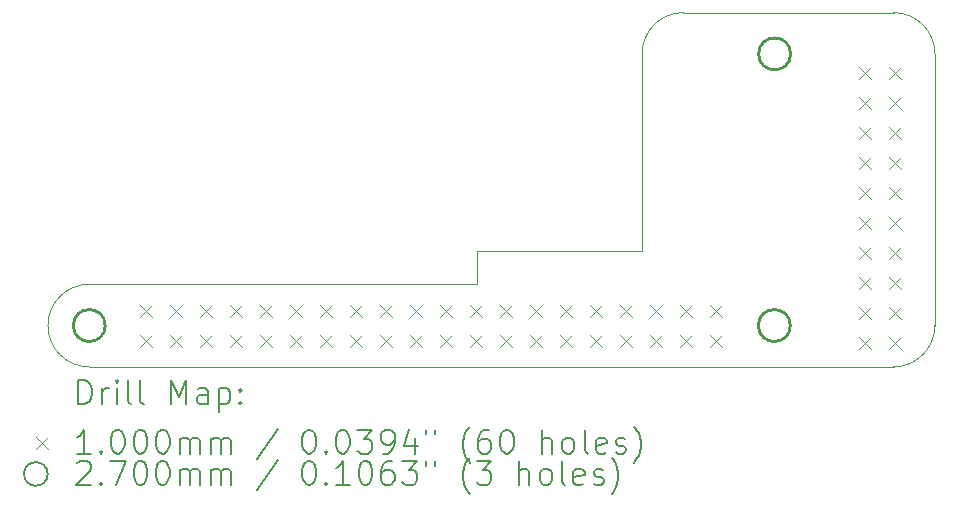
<source format=gbr>
%TF.GenerationSoftware,KiCad,Pcbnew,8.0.8*%
%TF.CreationDate,2025-02-15T01:37:50-07:00*%
%TF.ProjectId,ECE Capstone PCB Design,45434520-4361-4707-9374-6f6e65205043,rev?*%
%TF.SameCoordinates,Original*%
%TF.FileFunction,Drillmap*%
%TF.FilePolarity,Positive*%
%FSLAX45Y45*%
G04 Gerber Fmt 4.5, Leading zero omitted, Abs format (unit mm)*
G04 Created by KiCad (PCBNEW 8.0.8) date 2025-02-15 01:37:50*
%MOMM*%
%LPD*%
G01*
G04 APERTURE LIST*
%ADD10C,0.050000*%
%ADD11C,0.200000*%
%ADD12C,0.100000*%
%ADD13C,0.270000*%
G04 APERTURE END LIST*
D10*
X23294987Y-13625000D02*
X20014987Y-13625000D01*
X23294987Y-13345000D02*
X24694987Y-13345000D01*
X27174987Y-13975000D02*
G75*
G02*
X26824987Y-14324997I-349997J0D01*
G01*
X19664987Y-13975000D02*
G75*
G02*
X20014987Y-13624997I350003J0D01*
G01*
X24694987Y-11675000D02*
G75*
G02*
X25044987Y-11324997I350003J0D01*
G01*
X27174987Y-13975000D02*
X27174987Y-11675000D01*
X24694987Y-13345000D02*
X24694987Y-11675000D01*
X25044987Y-11325000D02*
X26824987Y-11325000D01*
X26824987Y-14325000D02*
X20014987Y-14325000D01*
X26824987Y-11325000D02*
G75*
G02*
X27174990Y-11675000I3J-350000D01*
G01*
X23294987Y-13625000D02*
X23294987Y-13345000D01*
X20014987Y-14325000D02*
G75*
G02*
X19664990Y-13975000I3J350000D01*
G01*
D11*
D12*
X20447490Y-13802500D02*
X20547490Y-13902500D01*
X20547490Y-13802500D02*
X20447490Y-13902500D01*
X20447490Y-14056500D02*
X20547490Y-14156500D01*
X20547490Y-14056500D02*
X20447490Y-14156500D01*
X20701490Y-13802500D02*
X20801490Y-13902500D01*
X20801490Y-13802500D02*
X20701490Y-13902500D01*
X20701490Y-14056500D02*
X20801490Y-14156500D01*
X20801490Y-14056500D02*
X20701490Y-14156500D01*
X20955490Y-13802500D02*
X21055490Y-13902500D01*
X21055490Y-13802500D02*
X20955490Y-13902500D01*
X20955490Y-14056500D02*
X21055490Y-14156500D01*
X21055490Y-14056500D02*
X20955490Y-14156500D01*
X21209490Y-13802500D02*
X21309490Y-13902500D01*
X21309490Y-13802500D02*
X21209490Y-13902500D01*
X21209490Y-14056500D02*
X21309490Y-14156500D01*
X21309490Y-14056500D02*
X21209490Y-14156500D01*
X21463490Y-13802500D02*
X21563490Y-13902500D01*
X21563490Y-13802500D02*
X21463490Y-13902500D01*
X21463490Y-14056500D02*
X21563490Y-14156500D01*
X21563490Y-14056500D02*
X21463490Y-14156500D01*
X21717490Y-13802500D02*
X21817490Y-13902500D01*
X21817490Y-13802500D02*
X21717490Y-13902500D01*
X21717490Y-14056500D02*
X21817490Y-14156500D01*
X21817490Y-14056500D02*
X21717490Y-14156500D01*
X21971490Y-13802500D02*
X22071490Y-13902500D01*
X22071490Y-13802500D02*
X21971490Y-13902500D01*
X21971490Y-14056500D02*
X22071490Y-14156500D01*
X22071490Y-14056500D02*
X21971490Y-14156500D01*
X22225490Y-13802500D02*
X22325490Y-13902500D01*
X22325490Y-13802500D02*
X22225490Y-13902500D01*
X22225490Y-14056500D02*
X22325490Y-14156500D01*
X22325490Y-14056500D02*
X22225490Y-14156500D01*
X22479490Y-13802500D02*
X22579490Y-13902500D01*
X22579490Y-13802500D02*
X22479490Y-13902500D01*
X22479490Y-14056500D02*
X22579490Y-14156500D01*
X22579490Y-14056500D02*
X22479490Y-14156500D01*
X22733490Y-13802500D02*
X22833490Y-13902500D01*
X22833490Y-13802500D02*
X22733490Y-13902500D01*
X22733490Y-14056500D02*
X22833490Y-14156500D01*
X22833490Y-14056500D02*
X22733490Y-14156500D01*
X22987490Y-13802500D02*
X23087490Y-13902500D01*
X23087490Y-13802500D02*
X22987490Y-13902500D01*
X22987490Y-14056500D02*
X23087490Y-14156500D01*
X23087490Y-14056500D02*
X22987490Y-14156500D01*
X23241490Y-13802500D02*
X23341490Y-13902500D01*
X23341490Y-13802500D02*
X23241490Y-13902500D01*
X23241490Y-14056500D02*
X23341490Y-14156500D01*
X23341490Y-14056500D02*
X23241490Y-14156500D01*
X23495490Y-13802500D02*
X23595490Y-13902500D01*
X23595490Y-13802500D02*
X23495490Y-13902500D01*
X23495490Y-14056500D02*
X23595490Y-14156500D01*
X23595490Y-14056500D02*
X23495490Y-14156500D01*
X23749490Y-13802500D02*
X23849490Y-13902500D01*
X23849490Y-13802500D02*
X23749490Y-13902500D01*
X23749490Y-14056500D02*
X23849490Y-14156500D01*
X23849490Y-14056500D02*
X23749490Y-14156500D01*
X24003490Y-13802500D02*
X24103490Y-13902500D01*
X24103490Y-13802500D02*
X24003490Y-13902500D01*
X24003490Y-14056500D02*
X24103490Y-14156500D01*
X24103490Y-14056500D02*
X24003490Y-14156500D01*
X24257490Y-13802500D02*
X24357490Y-13902500D01*
X24357490Y-13802500D02*
X24257490Y-13902500D01*
X24257490Y-14056500D02*
X24357490Y-14156500D01*
X24357490Y-14056500D02*
X24257490Y-14156500D01*
X24511490Y-13802500D02*
X24611490Y-13902500D01*
X24611490Y-13802500D02*
X24511490Y-13902500D01*
X24511490Y-14056500D02*
X24611490Y-14156500D01*
X24611490Y-14056500D02*
X24511490Y-14156500D01*
X24765490Y-13802500D02*
X24865490Y-13902500D01*
X24865490Y-13802500D02*
X24765490Y-13902500D01*
X24765490Y-14056500D02*
X24865490Y-14156500D01*
X24865490Y-14056500D02*
X24765490Y-14156500D01*
X25019490Y-13802500D02*
X25119490Y-13902500D01*
X25119490Y-13802500D02*
X25019490Y-13902500D01*
X25019490Y-14056500D02*
X25119490Y-14156500D01*
X25119490Y-14056500D02*
X25019490Y-14156500D01*
X25273490Y-13802500D02*
X25373490Y-13902500D01*
X25373490Y-13802500D02*
X25273490Y-13902500D01*
X25273490Y-14056500D02*
X25373490Y-14156500D01*
X25373490Y-14056500D02*
X25273490Y-14156500D01*
X26536000Y-11789000D02*
X26636000Y-11889000D01*
X26636000Y-11789000D02*
X26536000Y-11889000D01*
X26536000Y-12043000D02*
X26636000Y-12143000D01*
X26636000Y-12043000D02*
X26536000Y-12143000D01*
X26536000Y-12297000D02*
X26636000Y-12397000D01*
X26636000Y-12297000D02*
X26536000Y-12397000D01*
X26536000Y-12551000D02*
X26636000Y-12651000D01*
X26636000Y-12551000D02*
X26536000Y-12651000D01*
X26536000Y-12805000D02*
X26636000Y-12905000D01*
X26636000Y-12805000D02*
X26536000Y-12905000D01*
X26536000Y-13059000D02*
X26636000Y-13159000D01*
X26636000Y-13059000D02*
X26536000Y-13159000D01*
X26536000Y-13313000D02*
X26636000Y-13413000D01*
X26636000Y-13313000D02*
X26536000Y-13413000D01*
X26536000Y-13567000D02*
X26636000Y-13667000D01*
X26636000Y-13567000D02*
X26536000Y-13667000D01*
X26536000Y-13821000D02*
X26636000Y-13921000D01*
X26636000Y-13821000D02*
X26536000Y-13921000D01*
X26536000Y-14075000D02*
X26636000Y-14175000D01*
X26636000Y-14075000D02*
X26536000Y-14175000D01*
X26790000Y-11789000D02*
X26890000Y-11889000D01*
X26890000Y-11789000D02*
X26790000Y-11889000D01*
X26790000Y-12043000D02*
X26890000Y-12143000D01*
X26890000Y-12043000D02*
X26790000Y-12143000D01*
X26790000Y-12297000D02*
X26890000Y-12397000D01*
X26890000Y-12297000D02*
X26790000Y-12397000D01*
X26790000Y-12551000D02*
X26890000Y-12651000D01*
X26890000Y-12551000D02*
X26790000Y-12651000D01*
X26790000Y-12805000D02*
X26890000Y-12905000D01*
X26890000Y-12805000D02*
X26790000Y-12905000D01*
X26790000Y-13059000D02*
X26890000Y-13159000D01*
X26890000Y-13059000D02*
X26790000Y-13159000D01*
X26790000Y-13313000D02*
X26890000Y-13413000D01*
X26890000Y-13313000D02*
X26790000Y-13413000D01*
X26790000Y-13567000D02*
X26890000Y-13667000D01*
X26890000Y-13567000D02*
X26790000Y-13667000D01*
X26790000Y-13821000D02*
X26890000Y-13921000D01*
X26890000Y-13821000D02*
X26790000Y-13921000D01*
X26790000Y-14075000D02*
X26890000Y-14175000D01*
X26890000Y-14075000D02*
X26790000Y-14175000D01*
D13*
X20149987Y-13975000D02*
G75*
G02*
X19879987Y-13975000I-135000J0D01*
G01*
X19879987Y-13975000D02*
G75*
G02*
X20149987Y-13975000I135000J0D01*
G01*
X25949987Y-13975000D02*
G75*
G02*
X25679987Y-13975000I-135000J0D01*
G01*
X25679987Y-13975000D02*
G75*
G02*
X25949987Y-13975000I135000J0D01*
G01*
X25952487Y-11675000D02*
G75*
G02*
X25682487Y-11675000I-135000J0D01*
G01*
X25682487Y-11675000D02*
G75*
G02*
X25952487Y-11675000I135000J0D01*
G01*
D11*
X19923264Y-14638984D02*
X19923264Y-14438984D01*
X19923264Y-14438984D02*
X19970883Y-14438984D01*
X19970883Y-14438984D02*
X19999455Y-14448508D01*
X19999455Y-14448508D02*
X20018502Y-14467555D01*
X20018502Y-14467555D02*
X20028026Y-14486603D01*
X20028026Y-14486603D02*
X20037550Y-14524698D01*
X20037550Y-14524698D02*
X20037550Y-14553269D01*
X20037550Y-14553269D02*
X20028026Y-14591365D01*
X20028026Y-14591365D02*
X20018502Y-14610412D01*
X20018502Y-14610412D02*
X19999455Y-14629460D01*
X19999455Y-14629460D02*
X19970883Y-14638984D01*
X19970883Y-14638984D02*
X19923264Y-14638984D01*
X20123264Y-14638984D02*
X20123264Y-14505650D01*
X20123264Y-14543746D02*
X20132788Y-14524698D01*
X20132788Y-14524698D02*
X20142312Y-14515174D01*
X20142312Y-14515174D02*
X20161359Y-14505650D01*
X20161359Y-14505650D02*
X20180407Y-14505650D01*
X20247074Y-14638984D02*
X20247074Y-14505650D01*
X20247074Y-14438984D02*
X20237550Y-14448508D01*
X20237550Y-14448508D02*
X20247074Y-14458031D01*
X20247074Y-14458031D02*
X20256598Y-14448508D01*
X20256598Y-14448508D02*
X20247074Y-14438984D01*
X20247074Y-14438984D02*
X20247074Y-14458031D01*
X20370883Y-14638984D02*
X20351836Y-14629460D01*
X20351836Y-14629460D02*
X20342312Y-14610412D01*
X20342312Y-14610412D02*
X20342312Y-14438984D01*
X20475645Y-14638984D02*
X20456598Y-14629460D01*
X20456598Y-14629460D02*
X20447074Y-14610412D01*
X20447074Y-14610412D02*
X20447074Y-14438984D01*
X20704217Y-14638984D02*
X20704217Y-14438984D01*
X20704217Y-14438984D02*
X20770883Y-14581841D01*
X20770883Y-14581841D02*
X20837550Y-14438984D01*
X20837550Y-14438984D02*
X20837550Y-14638984D01*
X21018502Y-14638984D02*
X21018502Y-14534222D01*
X21018502Y-14534222D02*
X21008979Y-14515174D01*
X21008979Y-14515174D02*
X20989931Y-14505650D01*
X20989931Y-14505650D02*
X20951836Y-14505650D01*
X20951836Y-14505650D02*
X20932788Y-14515174D01*
X21018502Y-14629460D02*
X20999455Y-14638984D01*
X20999455Y-14638984D02*
X20951836Y-14638984D01*
X20951836Y-14638984D02*
X20932788Y-14629460D01*
X20932788Y-14629460D02*
X20923264Y-14610412D01*
X20923264Y-14610412D02*
X20923264Y-14591365D01*
X20923264Y-14591365D02*
X20932788Y-14572317D01*
X20932788Y-14572317D02*
X20951836Y-14562793D01*
X20951836Y-14562793D02*
X20999455Y-14562793D01*
X20999455Y-14562793D02*
X21018502Y-14553269D01*
X21113740Y-14505650D02*
X21113740Y-14705650D01*
X21113740Y-14515174D02*
X21132788Y-14505650D01*
X21132788Y-14505650D02*
X21170883Y-14505650D01*
X21170883Y-14505650D02*
X21189931Y-14515174D01*
X21189931Y-14515174D02*
X21199455Y-14524698D01*
X21199455Y-14524698D02*
X21208979Y-14543746D01*
X21208979Y-14543746D02*
X21208979Y-14600888D01*
X21208979Y-14600888D02*
X21199455Y-14619936D01*
X21199455Y-14619936D02*
X21189931Y-14629460D01*
X21189931Y-14629460D02*
X21170883Y-14638984D01*
X21170883Y-14638984D02*
X21132788Y-14638984D01*
X21132788Y-14638984D02*
X21113740Y-14629460D01*
X21294693Y-14619936D02*
X21304217Y-14629460D01*
X21304217Y-14629460D02*
X21294693Y-14638984D01*
X21294693Y-14638984D02*
X21285169Y-14629460D01*
X21285169Y-14629460D02*
X21294693Y-14619936D01*
X21294693Y-14619936D02*
X21294693Y-14638984D01*
X21294693Y-14515174D02*
X21304217Y-14524698D01*
X21304217Y-14524698D02*
X21294693Y-14534222D01*
X21294693Y-14534222D02*
X21285169Y-14524698D01*
X21285169Y-14524698D02*
X21294693Y-14515174D01*
X21294693Y-14515174D02*
X21294693Y-14534222D01*
D12*
X19562487Y-14917500D02*
X19662487Y-15017500D01*
X19662487Y-14917500D02*
X19562487Y-15017500D01*
D11*
X20028026Y-15058984D02*
X19913740Y-15058984D01*
X19970883Y-15058984D02*
X19970883Y-14858984D01*
X19970883Y-14858984D02*
X19951836Y-14887555D01*
X19951836Y-14887555D02*
X19932788Y-14906603D01*
X19932788Y-14906603D02*
X19913740Y-14916127D01*
X20113740Y-15039936D02*
X20123264Y-15049460D01*
X20123264Y-15049460D02*
X20113740Y-15058984D01*
X20113740Y-15058984D02*
X20104217Y-15049460D01*
X20104217Y-15049460D02*
X20113740Y-15039936D01*
X20113740Y-15039936D02*
X20113740Y-15058984D01*
X20247074Y-14858984D02*
X20266121Y-14858984D01*
X20266121Y-14858984D02*
X20285169Y-14868508D01*
X20285169Y-14868508D02*
X20294693Y-14878031D01*
X20294693Y-14878031D02*
X20304217Y-14897079D01*
X20304217Y-14897079D02*
X20313740Y-14935174D01*
X20313740Y-14935174D02*
X20313740Y-14982793D01*
X20313740Y-14982793D02*
X20304217Y-15020888D01*
X20304217Y-15020888D02*
X20294693Y-15039936D01*
X20294693Y-15039936D02*
X20285169Y-15049460D01*
X20285169Y-15049460D02*
X20266121Y-15058984D01*
X20266121Y-15058984D02*
X20247074Y-15058984D01*
X20247074Y-15058984D02*
X20228026Y-15049460D01*
X20228026Y-15049460D02*
X20218502Y-15039936D01*
X20218502Y-15039936D02*
X20208979Y-15020888D01*
X20208979Y-15020888D02*
X20199455Y-14982793D01*
X20199455Y-14982793D02*
X20199455Y-14935174D01*
X20199455Y-14935174D02*
X20208979Y-14897079D01*
X20208979Y-14897079D02*
X20218502Y-14878031D01*
X20218502Y-14878031D02*
X20228026Y-14868508D01*
X20228026Y-14868508D02*
X20247074Y-14858984D01*
X20437550Y-14858984D02*
X20456598Y-14858984D01*
X20456598Y-14858984D02*
X20475645Y-14868508D01*
X20475645Y-14868508D02*
X20485169Y-14878031D01*
X20485169Y-14878031D02*
X20494693Y-14897079D01*
X20494693Y-14897079D02*
X20504217Y-14935174D01*
X20504217Y-14935174D02*
X20504217Y-14982793D01*
X20504217Y-14982793D02*
X20494693Y-15020888D01*
X20494693Y-15020888D02*
X20485169Y-15039936D01*
X20485169Y-15039936D02*
X20475645Y-15049460D01*
X20475645Y-15049460D02*
X20456598Y-15058984D01*
X20456598Y-15058984D02*
X20437550Y-15058984D01*
X20437550Y-15058984D02*
X20418502Y-15049460D01*
X20418502Y-15049460D02*
X20408979Y-15039936D01*
X20408979Y-15039936D02*
X20399455Y-15020888D01*
X20399455Y-15020888D02*
X20389931Y-14982793D01*
X20389931Y-14982793D02*
X20389931Y-14935174D01*
X20389931Y-14935174D02*
X20399455Y-14897079D01*
X20399455Y-14897079D02*
X20408979Y-14878031D01*
X20408979Y-14878031D02*
X20418502Y-14868508D01*
X20418502Y-14868508D02*
X20437550Y-14858984D01*
X20628026Y-14858984D02*
X20647074Y-14858984D01*
X20647074Y-14858984D02*
X20666121Y-14868508D01*
X20666121Y-14868508D02*
X20675645Y-14878031D01*
X20675645Y-14878031D02*
X20685169Y-14897079D01*
X20685169Y-14897079D02*
X20694693Y-14935174D01*
X20694693Y-14935174D02*
X20694693Y-14982793D01*
X20694693Y-14982793D02*
X20685169Y-15020888D01*
X20685169Y-15020888D02*
X20675645Y-15039936D01*
X20675645Y-15039936D02*
X20666121Y-15049460D01*
X20666121Y-15049460D02*
X20647074Y-15058984D01*
X20647074Y-15058984D02*
X20628026Y-15058984D01*
X20628026Y-15058984D02*
X20608979Y-15049460D01*
X20608979Y-15049460D02*
X20599455Y-15039936D01*
X20599455Y-15039936D02*
X20589931Y-15020888D01*
X20589931Y-15020888D02*
X20580407Y-14982793D01*
X20580407Y-14982793D02*
X20580407Y-14935174D01*
X20580407Y-14935174D02*
X20589931Y-14897079D01*
X20589931Y-14897079D02*
X20599455Y-14878031D01*
X20599455Y-14878031D02*
X20608979Y-14868508D01*
X20608979Y-14868508D02*
X20628026Y-14858984D01*
X20780407Y-15058984D02*
X20780407Y-14925650D01*
X20780407Y-14944698D02*
X20789931Y-14935174D01*
X20789931Y-14935174D02*
X20808979Y-14925650D01*
X20808979Y-14925650D02*
X20837550Y-14925650D01*
X20837550Y-14925650D02*
X20856598Y-14935174D01*
X20856598Y-14935174D02*
X20866121Y-14954222D01*
X20866121Y-14954222D02*
X20866121Y-15058984D01*
X20866121Y-14954222D02*
X20875645Y-14935174D01*
X20875645Y-14935174D02*
X20894693Y-14925650D01*
X20894693Y-14925650D02*
X20923264Y-14925650D01*
X20923264Y-14925650D02*
X20942312Y-14935174D01*
X20942312Y-14935174D02*
X20951836Y-14954222D01*
X20951836Y-14954222D02*
X20951836Y-15058984D01*
X21047074Y-15058984D02*
X21047074Y-14925650D01*
X21047074Y-14944698D02*
X21056598Y-14935174D01*
X21056598Y-14935174D02*
X21075645Y-14925650D01*
X21075645Y-14925650D02*
X21104217Y-14925650D01*
X21104217Y-14925650D02*
X21123264Y-14935174D01*
X21123264Y-14935174D02*
X21132788Y-14954222D01*
X21132788Y-14954222D02*
X21132788Y-15058984D01*
X21132788Y-14954222D02*
X21142312Y-14935174D01*
X21142312Y-14935174D02*
X21161360Y-14925650D01*
X21161360Y-14925650D02*
X21189931Y-14925650D01*
X21189931Y-14925650D02*
X21208979Y-14935174D01*
X21208979Y-14935174D02*
X21218502Y-14954222D01*
X21218502Y-14954222D02*
X21218502Y-15058984D01*
X21608979Y-14849460D02*
X21437550Y-15106603D01*
X21866122Y-14858984D02*
X21885169Y-14858984D01*
X21885169Y-14858984D02*
X21904217Y-14868508D01*
X21904217Y-14868508D02*
X21913741Y-14878031D01*
X21913741Y-14878031D02*
X21923264Y-14897079D01*
X21923264Y-14897079D02*
X21932788Y-14935174D01*
X21932788Y-14935174D02*
X21932788Y-14982793D01*
X21932788Y-14982793D02*
X21923264Y-15020888D01*
X21923264Y-15020888D02*
X21913741Y-15039936D01*
X21913741Y-15039936D02*
X21904217Y-15049460D01*
X21904217Y-15049460D02*
X21885169Y-15058984D01*
X21885169Y-15058984D02*
X21866122Y-15058984D01*
X21866122Y-15058984D02*
X21847074Y-15049460D01*
X21847074Y-15049460D02*
X21837550Y-15039936D01*
X21837550Y-15039936D02*
X21828026Y-15020888D01*
X21828026Y-15020888D02*
X21818503Y-14982793D01*
X21818503Y-14982793D02*
X21818503Y-14935174D01*
X21818503Y-14935174D02*
X21828026Y-14897079D01*
X21828026Y-14897079D02*
X21837550Y-14878031D01*
X21837550Y-14878031D02*
X21847074Y-14868508D01*
X21847074Y-14868508D02*
X21866122Y-14858984D01*
X22018503Y-15039936D02*
X22028026Y-15049460D01*
X22028026Y-15049460D02*
X22018503Y-15058984D01*
X22018503Y-15058984D02*
X22008979Y-15049460D01*
X22008979Y-15049460D02*
X22018503Y-15039936D01*
X22018503Y-15039936D02*
X22018503Y-15058984D01*
X22151836Y-14858984D02*
X22170884Y-14858984D01*
X22170884Y-14858984D02*
X22189931Y-14868508D01*
X22189931Y-14868508D02*
X22199455Y-14878031D01*
X22199455Y-14878031D02*
X22208979Y-14897079D01*
X22208979Y-14897079D02*
X22218503Y-14935174D01*
X22218503Y-14935174D02*
X22218503Y-14982793D01*
X22218503Y-14982793D02*
X22208979Y-15020888D01*
X22208979Y-15020888D02*
X22199455Y-15039936D01*
X22199455Y-15039936D02*
X22189931Y-15049460D01*
X22189931Y-15049460D02*
X22170884Y-15058984D01*
X22170884Y-15058984D02*
X22151836Y-15058984D01*
X22151836Y-15058984D02*
X22132788Y-15049460D01*
X22132788Y-15049460D02*
X22123264Y-15039936D01*
X22123264Y-15039936D02*
X22113741Y-15020888D01*
X22113741Y-15020888D02*
X22104217Y-14982793D01*
X22104217Y-14982793D02*
X22104217Y-14935174D01*
X22104217Y-14935174D02*
X22113741Y-14897079D01*
X22113741Y-14897079D02*
X22123264Y-14878031D01*
X22123264Y-14878031D02*
X22132788Y-14868508D01*
X22132788Y-14868508D02*
X22151836Y-14858984D01*
X22285169Y-14858984D02*
X22408979Y-14858984D01*
X22408979Y-14858984D02*
X22342312Y-14935174D01*
X22342312Y-14935174D02*
X22370883Y-14935174D01*
X22370883Y-14935174D02*
X22389931Y-14944698D01*
X22389931Y-14944698D02*
X22399455Y-14954222D01*
X22399455Y-14954222D02*
X22408979Y-14973269D01*
X22408979Y-14973269D02*
X22408979Y-15020888D01*
X22408979Y-15020888D02*
X22399455Y-15039936D01*
X22399455Y-15039936D02*
X22389931Y-15049460D01*
X22389931Y-15049460D02*
X22370883Y-15058984D01*
X22370883Y-15058984D02*
X22313741Y-15058984D01*
X22313741Y-15058984D02*
X22294693Y-15049460D01*
X22294693Y-15049460D02*
X22285169Y-15039936D01*
X22504217Y-15058984D02*
X22542312Y-15058984D01*
X22542312Y-15058984D02*
X22561360Y-15049460D01*
X22561360Y-15049460D02*
X22570883Y-15039936D01*
X22570883Y-15039936D02*
X22589931Y-15011365D01*
X22589931Y-15011365D02*
X22599455Y-14973269D01*
X22599455Y-14973269D02*
X22599455Y-14897079D01*
X22599455Y-14897079D02*
X22589931Y-14878031D01*
X22589931Y-14878031D02*
X22580407Y-14868508D01*
X22580407Y-14868508D02*
X22561360Y-14858984D01*
X22561360Y-14858984D02*
X22523264Y-14858984D01*
X22523264Y-14858984D02*
X22504217Y-14868508D01*
X22504217Y-14868508D02*
X22494693Y-14878031D01*
X22494693Y-14878031D02*
X22485169Y-14897079D01*
X22485169Y-14897079D02*
X22485169Y-14944698D01*
X22485169Y-14944698D02*
X22494693Y-14963746D01*
X22494693Y-14963746D02*
X22504217Y-14973269D01*
X22504217Y-14973269D02*
X22523264Y-14982793D01*
X22523264Y-14982793D02*
X22561360Y-14982793D01*
X22561360Y-14982793D02*
X22580407Y-14973269D01*
X22580407Y-14973269D02*
X22589931Y-14963746D01*
X22589931Y-14963746D02*
X22599455Y-14944698D01*
X22770883Y-14925650D02*
X22770883Y-15058984D01*
X22723264Y-14849460D02*
X22675645Y-14992317D01*
X22675645Y-14992317D02*
X22799455Y-14992317D01*
X22866122Y-14858984D02*
X22866122Y-14897079D01*
X22942312Y-14858984D02*
X22942312Y-14897079D01*
X23237550Y-15135174D02*
X23228026Y-15125650D01*
X23228026Y-15125650D02*
X23208979Y-15097079D01*
X23208979Y-15097079D02*
X23199455Y-15078031D01*
X23199455Y-15078031D02*
X23189931Y-15049460D01*
X23189931Y-15049460D02*
X23180407Y-15001841D01*
X23180407Y-15001841D02*
X23180407Y-14963746D01*
X23180407Y-14963746D02*
X23189931Y-14916127D01*
X23189931Y-14916127D02*
X23199455Y-14887555D01*
X23199455Y-14887555D02*
X23208979Y-14868508D01*
X23208979Y-14868508D02*
X23228026Y-14839936D01*
X23228026Y-14839936D02*
X23237550Y-14830412D01*
X23399455Y-14858984D02*
X23361360Y-14858984D01*
X23361360Y-14858984D02*
X23342312Y-14868508D01*
X23342312Y-14868508D02*
X23332788Y-14878031D01*
X23332788Y-14878031D02*
X23313741Y-14906603D01*
X23313741Y-14906603D02*
X23304217Y-14944698D01*
X23304217Y-14944698D02*
X23304217Y-15020888D01*
X23304217Y-15020888D02*
X23313741Y-15039936D01*
X23313741Y-15039936D02*
X23323264Y-15049460D01*
X23323264Y-15049460D02*
X23342312Y-15058984D01*
X23342312Y-15058984D02*
X23380407Y-15058984D01*
X23380407Y-15058984D02*
X23399455Y-15049460D01*
X23399455Y-15049460D02*
X23408979Y-15039936D01*
X23408979Y-15039936D02*
X23418503Y-15020888D01*
X23418503Y-15020888D02*
X23418503Y-14973269D01*
X23418503Y-14973269D02*
X23408979Y-14954222D01*
X23408979Y-14954222D02*
X23399455Y-14944698D01*
X23399455Y-14944698D02*
X23380407Y-14935174D01*
X23380407Y-14935174D02*
X23342312Y-14935174D01*
X23342312Y-14935174D02*
X23323264Y-14944698D01*
X23323264Y-14944698D02*
X23313741Y-14954222D01*
X23313741Y-14954222D02*
X23304217Y-14973269D01*
X23542312Y-14858984D02*
X23561360Y-14858984D01*
X23561360Y-14858984D02*
X23580407Y-14868508D01*
X23580407Y-14868508D02*
X23589931Y-14878031D01*
X23589931Y-14878031D02*
X23599455Y-14897079D01*
X23599455Y-14897079D02*
X23608979Y-14935174D01*
X23608979Y-14935174D02*
X23608979Y-14982793D01*
X23608979Y-14982793D02*
X23599455Y-15020888D01*
X23599455Y-15020888D02*
X23589931Y-15039936D01*
X23589931Y-15039936D02*
X23580407Y-15049460D01*
X23580407Y-15049460D02*
X23561360Y-15058984D01*
X23561360Y-15058984D02*
X23542312Y-15058984D01*
X23542312Y-15058984D02*
X23523264Y-15049460D01*
X23523264Y-15049460D02*
X23513741Y-15039936D01*
X23513741Y-15039936D02*
X23504217Y-15020888D01*
X23504217Y-15020888D02*
X23494693Y-14982793D01*
X23494693Y-14982793D02*
X23494693Y-14935174D01*
X23494693Y-14935174D02*
X23504217Y-14897079D01*
X23504217Y-14897079D02*
X23513741Y-14878031D01*
X23513741Y-14878031D02*
X23523264Y-14868508D01*
X23523264Y-14868508D02*
X23542312Y-14858984D01*
X23847074Y-15058984D02*
X23847074Y-14858984D01*
X23932788Y-15058984D02*
X23932788Y-14954222D01*
X23932788Y-14954222D02*
X23923265Y-14935174D01*
X23923265Y-14935174D02*
X23904217Y-14925650D01*
X23904217Y-14925650D02*
X23875645Y-14925650D01*
X23875645Y-14925650D02*
X23856598Y-14935174D01*
X23856598Y-14935174D02*
X23847074Y-14944698D01*
X24056598Y-15058984D02*
X24037550Y-15049460D01*
X24037550Y-15049460D02*
X24028026Y-15039936D01*
X24028026Y-15039936D02*
X24018503Y-15020888D01*
X24018503Y-15020888D02*
X24018503Y-14963746D01*
X24018503Y-14963746D02*
X24028026Y-14944698D01*
X24028026Y-14944698D02*
X24037550Y-14935174D01*
X24037550Y-14935174D02*
X24056598Y-14925650D01*
X24056598Y-14925650D02*
X24085169Y-14925650D01*
X24085169Y-14925650D02*
X24104217Y-14935174D01*
X24104217Y-14935174D02*
X24113741Y-14944698D01*
X24113741Y-14944698D02*
X24123265Y-14963746D01*
X24123265Y-14963746D02*
X24123265Y-15020888D01*
X24123265Y-15020888D02*
X24113741Y-15039936D01*
X24113741Y-15039936D02*
X24104217Y-15049460D01*
X24104217Y-15049460D02*
X24085169Y-15058984D01*
X24085169Y-15058984D02*
X24056598Y-15058984D01*
X24237550Y-15058984D02*
X24218503Y-15049460D01*
X24218503Y-15049460D02*
X24208979Y-15030412D01*
X24208979Y-15030412D02*
X24208979Y-14858984D01*
X24389931Y-15049460D02*
X24370884Y-15058984D01*
X24370884Y-15058984D02*
X24332788Y-15058984D01*
X24332788Y-15058984D02*
X24313741Y-15049460D01*
X24313741Y-15049460D02*
X24304217Y-15030412D01*
X24304217Y-15030412D02*
X24304217Y-14954222D01*
X24304217Y-14954222D02*
X24313741Y-14935174D01*
X24313741Y-14935174D02*
X24332788Y-14925650D01*
X24332788Y-14925650D02*
X24370884Y-14925650D01*
X24370884Y-14925650D02*
X24389931Y-14935174D01*
X24389931Y-14935174D02*
X24399455Y-14954222D01*
X24399455Y-14954222D02*
X24399455Y-14973269D01*
X24399455Y-14973269D02*
X24304217Y-14992317D01*
X24475646Y-15049460D02*
X24494693Y-15058984D01*
X24494693Y-15058984D02*
X24532788Y-15058984D01*
X24532788Y-15058984D02*
X24551836Y-15049460D01*
X24551836Y-15049460D02*
X24561360Y-15030412D01*
X24561360Y-15030412D02*
X24561360Y-15020888D01*
X24561360Y-15020888D02*
X24551836Y-15001841D01*
X24551836Y-15001841D02*
X24532788Y-14992317D01*
X24532788Y-14992317D02*
X24504217Y-14992317D01*
X24504217Y-14992317D02*
X24485169Y-14982793D01*
X24485169Y-14982793D02*
X24475646Y-14963746D01*
X24475646Y-14963746D02*
X24475646Y-14954222D01*
X24475646Y-14954222D02*
X24485169Y-14935174D01*
X24485169Y-14935174D02*
X24504217Y-14925650D01*
X24504217Y-14925650D02*
X24532788Y-14925650D01*
X24532788Y-14925650D02*
X24551836Y-14935174D01*
X24628027Y-15135174D02*
X24637550Y-15125650D01*
X24637550Y-15125650D02*
X24656598Y-15097079D01*
X24656598Y-15097079D02*
X24666122Y-15078031D01*
X24666122Y-15078031D02*
X24675646Y-15049460D01*
X24675646Y-15049460D02*
X24685169Y-15001841D01*
X24685169Y-15001841D02*
X24685169Y-14963746D01*
X24685169Y-14963746D02*
X24675646Y-14916127D01*
X24675646Y-14916127D02*
X24666122Y-14887555D01*
X24666122Y-14887555D02*
X24656598Y-14868508D01*
X24656598Y-14868508D02*
X24637550Y-14839936D01*
X24637550Y-14839936D02*
X24628027Y-14830412D01*
X19662487Y-15231500D02*
G75*
G02*
X19462487Y-15231500I-100000J0D01*
G01*
X19462487Y-15231500D02*
G75*
G02*
X19662487Y-15231500I100000J0D01*
G01*
X19913740Y-15142031D02*
X19923264Y-15132508D01*
X19923264Y-15132508D02*
X19942312Y-15122984D01*
X19942312Y-15122984D02*
X19989931Y-15122984D01*
X19989931Y-15122984D02*
X20008979Y-15132508D01*
X20008979Y-15132508D02*
X20018502Y-15142031D01*
X20018502Y-15142031D02*
X20028026Y-15161079D01*
X20028026Y-15161079D02*
X20028026Y-15180127D01*
X20028026Y-15180127D02*
X20018502Y-15208698D01*
X20018502Y-15208698D02*
X19904217Y-15322984D01*
X19904217Y-15322984D02*
X20028026Y-15322984D01*
X20113740Y-15303936D02*
X20123264Y-15313460D01*
X20123264Y-15313460D02*
X20113740Y-15322984D01*
X20113740Y-15322984D02*
X20104217Y-15313460D01*
X20104217Y-15313460D02*
X20113740Y-15303936D01*
X20113740Y-15303936D02*
X20113740Y-15322984D01*
X20189931Y-15122984D02*
X20323264Y-15122984D01*
X20323264Y-15122984D02*
X20237550Y-15322984D01*
X20437550Y-15122984D02*
X20456598Y-15122984D01*
X20456598Y-15122984D02*
X20475645Y-15132508D01*
X20475645Y-15132508D02*
X20485169Y-15142031D01*
X20485169Y-15142031D02*
X20494693Y-15161079D01*
X20494693Y-15161079D02*
X20504217Y-15199174D01*
X20504217Y-15199174D02*
X20504217Y-15246793D01*
X20504217Y-15246793D02*
X20494693Y-15284888D01*
X20494693Y-15284888D02*
X20485169Y-15303936D01*
X20485169Y-15303936D02*
X20475645Y-15313460D01*
X20475645Y-15313460D02*
X20456598Y-15322984D01*
X20456598Y-15322984D02*
X20437550Y-15322984D01*
X20437550Y-15322984D02*
X20418502Y-15313460D01*
X20418502Y-15313460D02*
X20408979Y-15303936D01*
X20408979Y-15303936D02*
X20399455Y-15284888D01*
X20399455Y-15284888D02*
X20389931Y-15246793D01*
X20389931Y-15246793D02*
X20389931Y-15199174D01*
X20389931Y-15199174D02*
X20399455Y-15161079D01*
X20399455Y-15161079D02*
X20408979Y-15142031D01*
X20408979Y-15142031D02*
X20418502Y-15132508D01*
X20418502Y-15132508D02*
X20437550Y-15122984D01*
X20628026Y-15122984D02*
X20647074Y-15122984D01*
X20647074Y-15122984D02*
X20666121Y-15132508D01*
X20666121Y-15132508D02*
X20675645Y-15142031D01*
X20675645Y-15142031D02*
X20685169Y-15161079D01*
X20685169Y-15161079D02*
X20694693Y-15199174D01*
X20694693Y-15199174D02*
X20694693Y-15246793D01*
X20694693Y-15246793D02*
X20685169Y-15284888D01*
X20685169Y-15284888D02*
X20675645Y-15303936D01*
X20675645Y-15303936D02*
X20666121Y-15313460D01*
X20666121Y-15313460D02*
X20647074Y-15322984D01*
X20647074Y-15322984D02*
X20628026Y-15322984D01*
X20628026Y-15322984D02*
X20608979Y-15313460D01*
X20608979Y-15313460D02*
X20599455Y-15303936D01*
X20599455Y-15303936D02*
X20589931Y-15284888D01*
X20589931Y-15284888D02*
X20580407Y-15246793D01*
X20580407Y-15246793D02*
X20580407Y-15199174D01*
X20580407Y-15199174D02*
X20589931Y-15161079D01*
X20589931Y-15161079D02*
X20599455Y-15142031D01*
X20599455Y-15142031D02*
X20608979Y-15132508D01*
X20608979Y-15132508D02*
X20628026Y-15122984D01*
X20780407Y-15322984D02*
X20780407Y-15189650D01*
X20780407Y-15208698D02*
X20789931Y-15199174D01*
X20789931Y-15199174D02*
X20808979Y-15189650D01*
X20808979Y-15189650D02*
X20837550Y-15189650D01*
X20837550Y-15189650D02*
X20856598Y-15199174D01*
X20856598Y-15199174D02*
X20866121Y-15218222D01*
X20866121Y-15218222D02*
X20866121Y-15322984D01*
X20866121Y-15218222D02*
X20875645Y-15199174D01*
X20875645Y-15199174D02*
X20894693Y-15189650D01*
X20894693Y-15189650D02*
X20923264Y-15189650D01*
X20923264Y-15189650D02*
X20942312Y-15199174D01*
X20942312Y-15199174D02*
X20951836Y-15218222D01*
X20951836Y-15218222D02*
X20951836Y-15322984D01*
X21047074Y-15322984D02*
X21047074Y-15189650D01*
X21047074Y-15208698D02*
X21056598Y-15199174D01*
X21056598Y-15199174D02*
X21075645Y-15189650D01*
X21075645Y-15189650D02*
X21104217Y-15189650D01*
X21104217Y-15189650D02*
X21123264Y-15199174D01*
X21123264Y-15199174D02*
X21132788Y-15218222D01*
X21132788Y-15218222D02*
X21132788Y-15322984D01*
X21132788Y-15218222D02*
X21142312Y-15199174D01*
X21142312Y-15199174D02*
X21161360Y-15189650D01*
X21161360Y-15189650D02*
X21189931Y-15189650D01*
X21189931Y-15189650D02*
X21208979Y-15199174D01*
X21208979Y-15199174D02*
X21218502Y-15218222D01*
X21218502Y-15218222D02*
X21218502Y-15322984D01*
X21608979Y-15113460D02*
X21437550Y-15370603D01*
X21866122Y-15122984D02*
X21885169Y-15122984D01*
X21885169Y-15122984D02*
X21904217Y-15132508D01*
X21904217Y-15132508D02*
X21913741Y-15142031D01*
X21913741Y-15142031D02*
X21923264Y-15161079D01*
X21923264Y-15161079D02*
X21932788Y-15199174D01*
X21932788Y-15199174D02*
X21932788Y-15246793D01*
X21932788Y-15246793D02*
X21923264Y-15284888D01*
X21923264Y-15284888D02*
X21913741Y-15303936D01*
X21913741Y-15303936D02*
X21904217Y-15313460D01*
X21904217Y-15313460D02*
X21885169Y-15322984D01*
X21885169Y-15322984D02*
X21866122Y-15322984D01*
X21866122Y-15322984D02*
X21847074Y-15313460D01*
X21847074Y-15313460D02*
X21837550Y-15303936D01*
X21837550Y-15303936D02*
X21828026Y-15284888D01*
X21828026Y-15284888D02*
X21818503Y-15246793D01*
X21818503Y-15246793D02*
X21818503Y-15199174D01*
X21818503Y-15199174D02*
X21828026Y-15161079D01*
X21828026Y-15161079D02*
X21837550Y-15142031D01*
X21837550Y-15142031D02*
X21847074Y-15132508D01*
X21847074Y-15132508D02*
X21866122Y-15122984D01*
X22018503Y-15303936D02*
X22028026Y-15313460D01*
X22028026Y-15313460D02*
X22018503Y-15322984D01*
X22018503Y-15322984D02*
X22008979Y-15313460D01*
X22008979Y-15313460D02*
X22018503Y-15303936D01*
X22018503Y-15303936D02*
X22018503Y-15322984D01*
X22218503Y-15322984D02*
X22104217Y-15322984D01*
X22161360Y-15322984D02*
X22161360Y-15122984D01*
X22161360Y-15122984D02*
X22142312Y-15151555D01*
X22142312Y-15151555D02*
X22123264Y-15170603D01*
X22123264Y-15170603D02*
X22104217Y-15180127D01*
X22342312Y-15122984D02*
X22361360Y-15122984D01*
X22361360Y-15122984D02*
X22380407Y-15132508D01*
X22380407Y-15132508D02*
X22389931Y-15142031D01*
X22389931Y-15142031D02*
X22399455Y-15161079D01*
X22399455Y-15161079D02*
X22408979Y-15199174D01*
X22408979Y-15199174D02*
X22408979Y-15246793D01*
X22408979Y-15246793D02*
X22399455Y-15284888D01*
X22399455Y-15284888D02*
X22389931Y-15303936D01*
X22389931Y-15303936D02*
X22380407Y-15313460D01*
X22380407Y-15313460D02*
X22361360Y-15322984D01*
X22361360Y-15322984D02*
X22342312Y-15322984D01*
X22342312Y-15322984D02*
X22323264Y-15313460D01*
X22323264Y-15313460D02*
X22313741Y-15303936D01*
X22313741Y-15303936D02*
X22304217Y-15284888D01*
X22304217Y-15284888D02*
X22294693Y-15246793D01*
X22294693Y-15246793D02*
X22294693Y-15199174D01*
X22294693Y-15199174D02*
X22304217Y-15161079D01*
X22304217Y-15161079D02*
X22313741Y-15142031D01*
X22313741Y-15142031D02*
X22323264Y-15132508D01*
X22323264Y-15132508D02*
X22342312Y-15122984D01*
X22580407Y-15122984D02*
X22542312Y-15122984D01*
X22542312Y-15122984D02*
X22523264Y-15132508D01*
X22523264Y-15132508D02*
X22513741Y-15142031D01*
X22513741Y-15142031D02*
X22494693Y-15170603D01*
X22494693Y-15170603D02*
X22485169Y-15208698D01*
X22485169Y-15208698D02*
X22485169Y-15284888D01*
X22485169Y-15284888D02*
X22494693Y-15303936D01*
X22494693Y-15303936D02*
X22504217Y-15313460D01*
X22504217Y-15313460D02*
X22523264Y-15322984D01*
X22523264Y-15322984D02*
X22561360Y-15322984D01*
X22561360Y-15322984D02*
X22580407Y-15313460D01*
X22580407Y-15313460D02*
X22589931Y-15303936D01*
X22589931Y-15303936D02*
X22599455Y-15284888D01*
X22599455Y-15284888D02*
X22599455Y-15237269D01*
X22599455Y-15237269D02*
X22589931Y-15218222D01*
X22589931Y-15218222D02*
X22580407Y-15208698D01*
X22580407Y-15208698D02*
X22561360Y-15199174D01*
X22561360Y-15199174D02*
X22523264Y-15199174D01*
X22523264Y-15199174D02*
X22504217Y-15208698D01*
X22504217Y-15208698D02*
X22494693Y-15218222D01*
X22494693Y-15218222D02*
X22485169Y-15237269D01*
X22666122Y-15122984D02*
X22789931Y-15122984D01*
X22789931Y-15122984D02*
X22723264Y-15199174D01*
X22723264Y-15199174D02*
X22751836Y-15199174D01*
X22751836Y-15199174D02*
X22770883Y-15208698D01*
X22770883Y-15208698D02*
X22780407Y-15218222D01*
X22780407Y-15218222D02*
X22789931Y-15237269D01*
X22789931Y-15237269D02*
X22789931Y-15284888D01*
X22789931Y-15284888D02*
X22780407Y-15303936D01*
X22780407Y-15303936D02*
X22770883Y-15313460D01*
X22770883Y-15313460D02*
X22751836Y-15322984D01*
X22751836Y-15322984D02*
X22694693Y-15322984D01*
X22694693Y-15322984D02*
X22675645Y-15313460D01*
X22675645Y-15313460D02*
X22666122Y-15303936D01*
X22866122Y-15122984D02*
X22866122Y-15161079D01*
X22942312Y-15122984D02*
X22942312Y-15161079D01*
X23237550Y-15399174D02*
X23228026Y-15389650D01*
X23228026Y-15389650D02*
X23208979Y-15361079D01*
X23208979Y-15361079D02*
X23199455Y-15342031D01*
X23199455Y-15342031D02*
X23189931Y-15313460D01*
X23189931Y-15313460D02*
X23180407Y-15265841D01*
X23180407Y-15265841D02*
X23180407Y-15227746D01*
X23180407Y-15227746D02*
X23189931Y-15180127D01*
X23189931Y-15180127D02*
X23199455Y-15151555D01*
X23199455Y-15151555D02*
X23208979Y-15132508D01*
X23208979Y-15132508D02*
X23228026Y-15103936D01*
X23228026Y-15103936D02*
X23237550Y-15094412D01*
X23294693Y-15122984D02*
X23418503Y-15122984D01*
X23418503Y-15122984D02*
X23351836Y-15199174D01*
X23351836Y-15199174D02*
X23380407Y-15199174D01*
X23380407Y-15199174D02*
X23399455Y-15208698D01*
X23399455Y-15208698D02*
X23408979Y-15218222D01*
X23408979Y-15218222D02*
X23418503Y-15237269D01*
X23418503Y-15237269D02*
X23418503Y-15284888D01*
X23418503Y-15284888D02*
X23408979Y-15303936D01*
X23408979Y-15303936D02*
X23399455Y-15313460D01*
X23399455Y-15313460D02*
X23380407Y-15322984D01*
X23380407Y-15322984D02*
X23323264Y-15322984D01*
X23323264Y-15322984D02*
X23304217Y-15313460D01*
X23304217Y-15313460D02*
X23294693Y-15303936D01*
X23656598Y-15322984D02*
X23656598Y-15122984D01*
X23742312Y-15322984D02*
X23742312Y-15218222D01*
X23742312Y-15218222D02*
X23732788Y-15199174D01*
X23732788Y-15199174D02*
X23713741Y-15189650D01*
X23713741Y-15189650D02*
X23685169Y-15189650D01*
X23685169Y-15189650D02*
X23666122Y-15199174D01*
X23666122Y-15199174D02*
X23656598Y-15208698D01*
X23866122Y-15322984D02*
X23847074Y-15313460D01*
X23847074Y-15313460D02*
X23837550Y-15303936D01*
X23837550Y-15303936D02*
X23828026Y-15284888D01*
X23828026Y-15284888D02*
X23828026Y-15227746D01*
X23828026Y-15227746D02*
X23837550Y-15208698D01*
X23837550Y-15208698D02*
X23847074Y-15199174D01*
X23847074Y-15199174D02*
X23866122Y-15189650D01*
X23866122Y-15189650D02*
X23894693Y-15189650D01*
X23894693Y-15189650D02*
X23913741Y-15199174D01*
X23913741Y-15199174D02*
X23923265Y-15208698D01*
X23923265Y-15208698D02*
X23932788Y-15227746D01*
X23932788Y-15227746D02*
X23932788Y-15284888D01*
X23932788Y-15284888D02*
X23923265Y-15303936D01*
X23923265Y-15303936D02*
X23913741Y-15313460D01*
X23913741Y-15313460D02*
X23894693Y-15322984D01*
X23894693Y-15322984D02*
X23866122Y-15322984D01*
X24047074Y-15322984D02*
X24028026Y-15313460D01*
X24028026Y-15313460D02*
X24018503Y-15294412D01*
X24018503Y-15294412D02*
X24018503Y-15122984D01*
X24199455Y-15313460D02*
X24180407Y-15322984D01*
X24180407Y-15322984D02*
X24142312Y-15322984D01*
X24142312Y-15322984D02*
X24123265Y-15313460D01*
X24123265Y-15313460D02*
X24113741Y-15294412D01*
X24113741Y-15294412D02*
X24113741Y-15218222D01*
X24113741Y-15218222D02*
X24123265Y-15199174D01*
X24123265Y-15199174D02*
X24142312Y-15189650D01*
X24142312Y-15189650D02*
X24180407Y-15189650D01*
X24180407Y-15189650D02*
X24199455Y-15199174D01*
X24199455Y-15199174D02*
X24208979Y-15218222D01*
X24208979Y-15218222D02*
X24208979Y-15237269D01*
X24208979Y-15237269D02*
X24113741Y-15256317D01*
X24285169Y-15313460D02*
X24304217Y-15322984D01*
X24304217Y-15322984D02*
X24342312Y-15322984D01*
X24342312Y-15322984D02*
X24361360Y-15313460D01*
X24361360Y-15313460D02*
X24370884Y-15294412D01*
X24370884Y-15294412D02*
X24370884Y-15284888D01*
X24370884Y-15284888D02*
X24361360Y-15265841D01*
X24361360Y-15265841D02*
X24342312Y-15256317D01*
X24342312Y-15256317D02*
X24313741Y-15256317D01*
X24313741Y-15256317D02*
X24294693Y-15246793D01*
X24294693Y-15246793D02*
X24285169Y-15227746D01*
X24285169Y-15227746D02*
X24285169Y-15218222D01*
X24285169Y-15218222D02*
X24294693Y-15199174D01*
X24294693Y-15199174D02*
X24313741Y-15189650D01*
X24313741Y-15189650D02*
X24342312Y-15189650D01*
X24342312Y-15189650D02*
X24361360Y-15199174D01*
X24437550Y-15399174D02*
X24447074Y-15389650D01*
X24447074Y-15389650D02*
X24466122Y-15361079D01*
X24466122Y-15361079D02*
X24475646Y-15342031D01*
X24475646Y-15342031D02*
X24485169Y-15313460D01*
X24485169Y-15313460D02*
X24494693Y-15265841D01*
X24494693Y-15265841D02*
X24494693Y-15227746D01*
X24494693Y-15227746D02*
X24485169Y-15180127D01*
X24485169Y-15180127D02*
X24475646Y-15151555D01*
X24475646Y-15151555D02*
X24466122Y-15132508D01*
X24466122Y-15132508D02*
X24447074Y-15103936D01*
X24447074Y-15103936D02*
X24437550Y-15094412D01*
M02*

</source>
